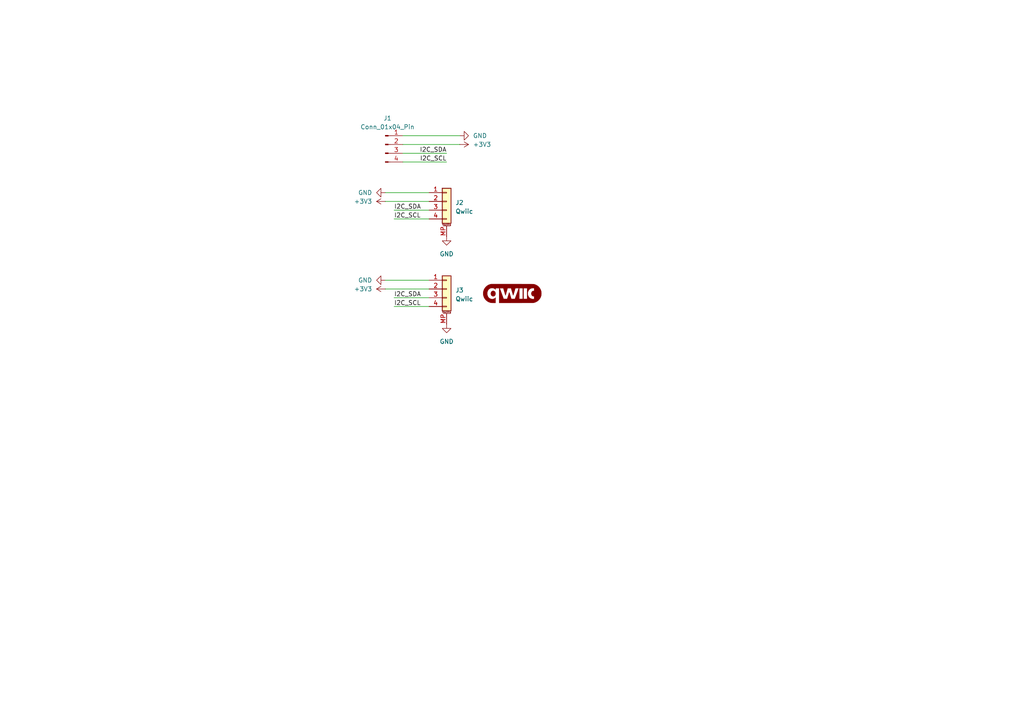
<source format=kicad_sch>
(kicad_sch (version 20250114) (generator "eeschema") (generator_version "9.0")
  (paper "A4")
  (lib_symbols
    (symbol "Connector:Conn_01x04_Pin" (pin_names (offset 1.016) (hide yes))
      (property "Reference" "J" (at 0 5.08 0))
      (property "Value" "Conn_01x04_Pin" (at 0 -7.62 0))
      (symbol "Conn_01x04_Pin_1_1"
        (rectangle (start 0.8636 2.667) (end 0 2.413) (stroke (width 0.1524)) (fill (type outline)))
        (rectangle (start 0.8636 0.127) (end 0 -0.127) (stroke (width 0.1524)) (fill (type outline)))
        (rectangle (start 0.8636 -2.413) (end 0 -2.667) (stroke (width 0.1524)) (fill (type outline)))
        (rectangle (start 0.8636 -4.953) (end 0 -5.207) (stroke (width 0.1524)) (fill (type outline)))
        (polyline (pts (xy 1.27 2.54) (xy 0.8636 2.54)) (stroke (width 0.1524)))
        (polyline (pts (xy 1.27 0) (xy 0.8636 0)) (stroke (width 0.1524)))
        (polyline (pts (xy 1.27 -2.54) (xy 0.8636 -2.54)) (stroke (width 0.1524)))
        (polyline (pts (xy 1.27 -5.08) (xy 0.8636 -5.08)) (stroke (width 0.1524)))
        (pin passive line (at 5.08 2.54 180) (length 3.81) (name "Pin_1") (number "1"))
        (pin passive line (at 5.08 0 180) (length 3.81) (name "Pin_2") (number "2"))
        (pin passive line (at 5.08 -2.54 180) (length 3.81) (name "Pin_3") (number "3"))
        (pin passive line (at 5.08 -5.08 180) (length 3.81) (name "Pin_4") (number "4"))
      )
    )
    (symbol "Connector_Generic_MountingPin:Conn_01x04_MountingPin" (pin_names (offset 1.016) (hide yes))
      (property "Reference" "J" (at 0 5.08 0))
      (property "Value" "Conn_01x04_MountingPin" (at 1.27 -7.62 0))
      (symbol "Conn_01x04_MountingPin_1_1"
        (rectangle (start -1.27 3.81) (end 1.27 -6.35) (stroke (width 0.254)) (fill (type background)))
        (rectangle (start -1.27 2.667) (end 0 2.413) (stroke (width 0.1524)))
        (rectangle (start -1.27 0.127) (end 0 -0.127) (stroke (width 0.1524)))
        (rectangle (start -1.27 -2.413) (end 0 -2.667) (stroke (width 0.1524)))
        (rectangle (start -1.27 -4.953) (end 0 -5.207) (stroke (width 0.1524)))
        (polyline (pts (xy -1.016 -7.112) (xy 1.016 -7.112)) (stroke (width 0.1524)))
        (text "Mounting" (at 0 -6.731 0) (effects (font (size 0.381 0.381))))
        (pin passive line (at -5.08 2.54 0) (length 3.81) (name "Pin_1") (number "1"))
        (pin passive line (at -5.08 0 0) (length 3.81) (name "Pin_2") (number "2"))
        (pin passive line (at -5.08 -2.54 0) (length 3.81) (name "Pin_3") (number "3"))
        (pin passive line (at -5.08 -5.08 0) (length 3.81) (name "Pin_4") (number "4"))
        (pin passive line (at 0 -10.16 90) (length 3.048) (name "MountPin") (number "MP"))
      )
    )
    (symbol "SparkFun-Qwiic:qwiic_Logo" (pin_names (offset 1.016)) (on_board no)
      (symbol "qwiic_Logo_0_0"
        (polyline (pts (xy -5.4327 -0.8446) (xy -5.2808 -0.8039) (xy -5.1544 -0.733) (xy -5.0492 -0.629) (xy -4.9612 -0.4891) (xy -4.9388 -0.4442) (xy -4.9077 -0.3735) (xy -4.8888 -0.3096) (xy -4.878 -0.2364) (xy -4.8713 -0.1381) (xy -4.8691 -0.0268) (xy -4.8861 0.154) (xy -4.9313 0.3092) (xy -5.006 0.4432) (xy -5.1118 0.5598) (xy -5.1427 0.5863) (xy -5.261 0.6623) (xy -5.3915 0.7052) (xy -5.544 0.7187) (xy -5.5765 0.7181) (xy -5.7259 0.6986) (xy -5.8545 0.6485) (xy -5.9707 0.5648) (xy -6.0239 0.5125) (xy -6.1186 0.3839) (xy -6.1815 0.2359) (xy -6.2139 0.0648) (xy -6.2171 -0.1327) (xy -6.208 -0.2303) (xy -6.1669 -0.4073) (xy -6.0959 -0.5571) (xy -5.9957 -0.6791) (xy -5.8667 -0.7722) (xy -5.7097 -0.8355) (xy -5.6837 -0.8418) (xy -5.5963 -0.8532) (xy -5.5114 -0.8538) (xy -5.4327 -0.8446)) (stroke (width 0.01)) (fill (type outline)))
        (polyline (pts (xy 1.114 -2.7667) (xy 6.0472 -2.7606) (xy 6.2463 -2.7148) (xy 6.337 -2.6928) (xy 6.6505 -2.5964) (xy 6.9363 -2.4737) (xy 7.1992 -2.3218) (xy 7.4443 -2.1381) (xy 7.6763 -1.9197) (xy 7.765 -1.8236) (xy 7.9726 -1.5605) (xy 8.1416 -1.2836) (xy 8.2724 -0.992) (xy 8.3654 -0.6847) (xy 8.4209 -0.3609) (xy 8.4393 -0.0196) (xy 8.4383 0.0655) (xy 8.4145 0.3752) (xy 8.3579 0.6676) (xy 8.2664 0.9511) (xy 8.138 1.234) (xy 8.0972 1.3103) (xy 7.9176 1.5925) (xy 7.7084 1.847) (xy 7.4711 2.0726) (xy 7.2073 2.2681) (xy 6.9187 2.4323) (xy 6.6067 2.5639) (xy 6.273 2.6617) (xy 6.2589 2.6648) (xy 6.2405 2.6684) (xy 6.2191 2.6716) (xy 6.1933 2.6747) (xy 6.1617 2.6775) (xy 6.1229 2.6801) (xy 6.0753 2.6825) (xy 6.0178 2.6847) (xy 5.9488 2.6867) (xy 5.8669 2.6886) (xy 5.7707 2.6902) (xy 5.6588 2.6917) (xy 5.5298 2.693) (xy 5.3823 2.6942) (xy 5.2149 2.6953) (xy 5.0261 2.6962) (xy 4.8146 2.697) (xy 4.579 2.6977) (xy 4.3178 2.6982) (xy 4.0296 2.6987) (xy 3.7131 2.6991) (xy 3.3667 2.6994) (xy 2.9892 2.6997) (xy 2.579 2.6999) (xy 2.1348 2.7) (xy 1.6552 2.7001) (xy 1.1388 2.7001) (xy 0.5841 2.7001) (xy -0.0102 2.7001) (xy -6.1292 2.7001) (xy -6.3505 2.644) (xy -6.4841 2.607) (xy -6.7964 2.4938) (xy -7.0847 2.3484) (xy -7.3523 2.1691) (xy -7.6022 1.9541) (xy -7.8228 1.7179) (xy -8.0199 1.4516) (xy -8.1801 1.1677) (xy -8.3036 0.8654) (xy -8.3907 0.5442) (xy -8.4419 0.2033) (xy -8.4512 -0.0999) (xy -8.4229 -0.4124) (xy -8.358 -0.7268) (xy -8.2573 -1.037) (xy -8.2016 -1.1697) (xy -8.0521 -1.4517) (xy -7.87 -1.7127) (xy -7.6584 -1.9504) (xy -7.4205 -2.1625) (xy -7.1593 -2.3467) (xy -6.878 -2.5006) (xy -6.5797 -2.6219) (xy -6.2674 -2.7084) (xy -5.9444 -2.7576) (xy -5.922 -2.759) (xy -5.8567 -2.7613) (xy -5.7613 -2.7635) (xy -5.6429 -2.7656) (xy -5.5083 -2.7673) (xy -5.3644 -2.7686) (xy -4.8664 -2.772) (xy -4.8664 -2.0042) (xy -4.8664 -1.2363) (xy -4.988 -1.3553) (xy -5.0139 -1.3798) (xy -5.1784 -1.503) (xy -5.3644 -1.5917) (xy -5.5706 -1.6453) (xy -5.7956 -1.6632) (xy -6.0087 -1.6503) (xy -6.2442 -1.6015) (xy -6.468 -1.5153) (xy -6.6423 -1.4122) (xy -6.8101 -1.2696) (xy -6.9545 -1.0983) (xy -7.0706 -0.9035) (xy -7.1159 -0.8066) (xy -7.1662 -0.6802) (xy -7.2032 -0.5549) (xy -7.2309 -0.4168) (xy -7.2531 -0.2517) (xy -7.2645 -0.0773) (xy -7.2559 0.1553) (xy -7.2228 0.3848) (xy -7.1667 0.6002) (xy -7.0895 0.7905) (xy -6.9738 0.984) (xy -6.8224 1.164) (xy -6.645 1.3131) (xy -6.4435 1.4296) (xy -6.2198 1.512) (xy -6.2168 1.5128) (xy -6.0991 1.5354) (xy -5.9587 1.5479) (xy -5.8081 1.5506) (xy -5.6599 1.5435) (xy -5.5266 1.5269) (xy -5.4208 1.5009) (xy -5.3121 1.4578) (xy -5.1345 1.3582) (xy -4.9742 1.2256) (xy -4.8664 1.1205) (xy -4.8664 1.32) (xy -4.8664 1.5195) (xy -4.3428 1.5195) (xy -3.8192 1.5195) (xy -3.8192 1.5092) (xy -3.651 1.5092) (xy -3.1359 1.5147) (xy -3.0732 1.5153) (xy -2.9054 1.5158) (xy -2.7765 1.5144) (xy -2.6848 1.5109) (xy -2.6289 1.5054) (xy -2.607 1.4977) (xy -2.6049 1.4928) (xy -2.5923 1.4545) (xy -2.5697 1.3821) (xy -2.5383 1.2793) (xy -2.4992 1.1497) (xy -2.4535 0.9973) (xy -2.4024 0.8257) (xy -2.3469 0.6386) (xy -2.2883 0.4399) (xy -2.2626 0.353) (xy -2.2055 0.1609) (xy -2.152 -0.0169) (xy -2.1032 -0.1766) (xy -2.0604 -0.3147) (xy -2.0246 -0.4277) (xy -1.9968 -0.512) (xy -1.9783 -0.564) (xy -1.9702 -0.5801) (xy -1.9654 -0.5681) (xy -1.9499 -0.5201) (xy -1.9252 -0.4397) (xy -1.8924 -0.3308) (xy -1.8529 -0.1975) (xy -1.8079 -0.0439) (xy -1.7584 0.1259) (xy -1.7059 0.308) (xy -1.6754 0.4138) (xy -1.6217 0.6001) (xy -1.5705 0.7774) (xy -1.5233 0.9405) (xy -1.4815 1.0844) (xy -1.4467 1.2041) (xy -1.4202 1.2945) (xy -1.4037 1.3504) (xy -1.3525 1.5202) (xy -0.8571 1.5147) (xy -0.3617 1.5092) (xy -0.2632 1.1704) (xy -0.2457 1.1103) (xy -0.1592 0.8126) (xy -0.0832 0.5516) (xy -0.017 0.325) (xy 0.04 0.1304) (xy 0.0886 -0.0344) (xy 0.1296 -0.1717) (xy 0.1636 -0.2838) (xy 0.1915 -0.3731) (xy 0.2138 -0.4419) (xy 0.2315 -0.4925) (xy 0.2451 -0.5272) (xy 0.2555 -0.5482) (xy 0.2633 -0.558) (xy 0.2693 -0.5588) (xy 0.2742 -0.5529) (xy 0.2787 -0.5426) (xy 0.2801 -0.5389) (xy 0.2928 -0.4995) (xy 0.3157 -0.4255) (xy 0.3473 -0.3211) (xy 0.3867 -0.1902) (xy 0.4325 -0.0368) (xy 0.4835 0.1352) (xy 0.5386 0.3216) (xy 0.5966 0.5185) (xy 0.8908 1.5195) (xy 1.3899 1.5195) (xy 1.4919 1.5192) (xy 1.6201 1.518) (xy 1.7294 1.5159) (xy 1.8144 1.5132) (xy 1.8695 1.5099) (xy 1.8891 1.5062) (xy 1.8878 1.5017) (xy 1.8751 1.465) (xy 1.8498 1.3939) (xy 1.8129 1.2913) (xy 1.7656 1.1601) (xy 1.7087 1.0033) (xy 1.6435 0.8236) (xy 1.5709 0.6241) (xy 1.4919 0.4076) (xy 1.4078 0.1771) (xy 1.3194 -0.0646) (xy 0.7498 -1.6222) (xy 2.0329 -1.6222) (xy 2.0329 -0.0513) (xy 2.0329 1.5195) (xy 2.5462 1.5195) (xy 3.0595 1.5195) (xy 3.0595 -0.0513) (xy 3.0595 -1.6222) (xy 3.2649 -1.6222) (xy 3.2649 -0.0513) (xy 3.2649 1.5195) (xy 3.7782 1.5195) (xy 4.2916 1.5195) (xy 4.2916 -0.0513) (xy 4.2916 -0.0616) (xy 4.5072 -0.0616) (xy 4.51 0.109) (xy 4.5206 0.2597) (xy 4.5412 0.3904) (xy 4.5742 0.5118) (xy 4.6219 0.6344) (xy 4.6865 0.7688) (xy 4.7189 0.8272) (xy 4.8331 0.9884) (xy 4.9744 1.1395) (xy 5.1327 1.2705) (xy 5.2977 1.3713) (xy 5.3343 1.3892) (xy 5.5052 1.4608) (xy 5.6736 1.5089) (xy 5.8531 1.5366) (xy 6.0574 1.547) (xy 6.3141 1.5503) (xy 6.3197 1.1242) (xy 6.3252 0.6981) (xy 6.1657 0.6977) (xy 6.0758 0.6938) (xy 5.9577 0.6711) (xy 5.8554 0.6239) (xy 5.7556 0.5473) (xy 5.6613 0.4359) (xy 5.592 0.2991) (xy 5.5481 0.1445) (xy 5.53 -0.0204) (xy 5.5379 -0.188) (xy 5.572 -0.3512) (xy 5.6325 -0.5023) (xy 5.7197 -0.634) (xy 5.7811 -0.6969) (xy 5.8788 -0.7612) (xy 5.9969 -0.8003) (xy 6.1437 -0.8177) (xy 6.3252 -0.8264) (xy 6.3197 -1.2397) (xy 6.3141 -1.653) (xy 6.119 -1.6559) (xy 6.0236 -1.6559) (xy 5.821 -1.6423) (xy 5.6365 -1.6074) (xy 5.4566 -1.5482) (xy 5.2677 -1.4615) (xy 5.1266 -1.3784) (xy 4.9456 -1.2329) (xy 4.7938 -1.0591) (xy 4.6732 -0.8591) (xy 4.6423 -0.7948) (xy 4.5921 -0.6805) (xy 4.5558 -0.5768) (xy 4.5314 -0.4734) (xy 4.5165 -0.3599) (xy 4.5092 -0.2261) (xy 4.5072 -0.0616) (xy 4.2916 -0.0616) (xy 4.2916 -1.6222) (xy 3.7782 -1.6222) (xy 3.2649 -1.6222) (xy 3.0595 -1.6222) (xy 2.5462 -1.6222) (xy 2.0329 -1.6222) (xy 0.7498 -1.6222) (xy 0.2363 -1.6221) (xy -0.2772 -1.6221) (xy -0.5736 -0.6568) (xy -0.583 -0.626) (xy -0.6413 -0.4378) (xy -0.696 -0.2633) (xy -0.746 -0.106) (xy -0.7901 0.0304) (xy -0.8272 0.1421) (xy -0.8559 0.2255) (xy -0.8751 0.277) (xy -0.8836 0.2929) (xy -0.8838 0.2926) (xy -0.8932 0.2679) (xy -0.9134 0.208) (xy -0.9431 0.1169) (xy -0.9811 -0.0016) (xy -1.0262 -0.1436) (xy -1.0771 -0.3054) (xy -1.1326 -0.483) (xy -1.1916 -0.6725) (xy -1.4859 -1.6222) (xy -2.0006 -1.6218) (xy -2.5153 -1.6215) (xy -3.0831 -0.0561) (xy -3.651 1.5092) (xy -3.8192 1.5092) (xy -3.8192 -0.6267) (xy -3.8192 -2.7729) (xy 1.114 -2.7667)) (stroke (width 0.01)) (fill (type outline)))
      )
    )
    (symbol "power:+3V3" (power) (pin_numbers (hide yes)) (pin_names (offset 0) (hide yes))
      (property "Value" "+3V3" (at 0 3.556 0))
      (symbol "+3V3_0_1"
        (polyline (pts (xy -0.762 1.27) (xy 0 2.54)))
        (polyline (pts (xy 0 2.54) (xy 0.762 1.27)))
        (polyline (pts (xy 0 0) (xy 0 2.54)))
      )
      (symbol "+3V3_1_1"
        (pin power_in line (at 0 0 90) (length 0) (name "~") (number "1"))
      )
    )
    (symbol "power:GND" (power) (pin_numbers (hide yes)) (pin_names (offset 0) (hide yes))
      (property "Value" "GND" (at 0 -3.81 0))
      (symbol "GND_0_1"
        (polyline (pts (xy 0 0) (xy 0 -1.27) (xy 1.27 -1.27) (xy 0 -2.54) (xy -1.27 -1.27) (xy 0 -1.27)))
      )
      (symbol "GND_1_1"
        (pin power_in line (at 0 0 270) (length 0) (name "~") (number "1"))
      )
    )
  )
  (wire (pts (xy 114.3 63.5) (xy 124.46 63.5)))
  (wire (pts (xy 116.84 46.99) (xy 129.54 46.99)))
  (wire (pts (xy 114.3 86.36) (xy 124.46 86.36)))
  (wire (pts (xy 114.3 60.96) (xy 124.46 60.96)))
  (wire (pts (xy 114.3 88.9) (xy 124.46 88.9)))
  (wire (pts (xy 133.35 41.91) (xy 116.84 41.91)))
  (wire (pts (xy 111.76 81.28) (xy 124.46 81.28)))
  (wire (pts (xy 111.76 58.42) (xy 124.46 58.42)))
  (wire (pts (xy 111.76 83.82) (xy 124.46 83.82)))
  (wire (pts (xy 116.84 44.45) (xy 129.54 44.45)))
  (wire (pts (xy 133.35 39.37) (xy 116.84 39.37)))
  (wire (pts (xy 111.76 55.88) (xy 124.46 55.88)))
  (label "I2C_SCL" (at 129.54 46.99 180))
  (label "I2C_SCL" (at 114.3 88.9 0))
  (label "I2C_SDA" (at 114.3 60.96 0))
  (label "I2C_SDA" (at 114.3 86.36 0))
  (label "I2C_SDA" (at 129.54 44.45 180))
  (label "I2C_SCL" (at 114.3 63.5 0))
  (symbol (lib_id "power:+3V3") (at 133.35 41.91 270) (unit 1)
    (property "Reference" "#PWR08" (effects (hide yes)))
    (property "Value" "+3V3" (at 137.16 41.9099 90) (effects (justify left)))
    (property "Description" "Power symbol creates a global label with name \"+3V3\"" (effects (hide yes)))
  )
  (symbol (lib_id "power:GND") (at 111.76 55.88 270) (unit 1)
    (property "Reference" "#PWR01" (effects (hide yes)))
    (property "Value" "GND" (at 107.95 55.8799 90) (effects (justify right)))
    (property "Description" "Power symbol creates a global label with name \"GND\" , ground" (effects (hide yes)))
  )
  (symbol (lib_id "power:+3V3") (at 111.76 58.42 90) (unit 1)
    (property "Reference" "#PWR02" (effects (hide yes)))
    (property "Value" "+3V3" (at 107.95 58.4199 90) (effects (justify left)))
    (property "Description" "Power symbol creates a global label with name \"+3V3\"" (effects (hide yes)))
  )
  (symbol (lib_id "power:GND") (at 111.76 81.28 270) (unit 1)
    (property "Reference" "#PWR03" (effects (hide yes)))
    (property "Value" "GND" (at 107.95 81.2799 90) (effects (justify right)))
    (property "Description" "Power symbol creates a global label with name \"GND\" , ground" (effects (hide yes)))
  )
  (symbol (lib_id "power:GND") (at 129.54 93.98 0) (unit 1)
    (property "Reference" "#PWR06" (effects (hide yes)))
    (property "Value" "GND" (at 129.54 99.06 0))
    (property "Description" "Power symbol creates a global label with name \"GND\" , ground" (effects (hide yes)))
  )
  (symbol (lib_id "Connector:Conn_01x04_Pin") (at 111.76 41.91 0) (unit 1)
    (property "Reference" "J1" (at 112.395 34.29 0))
    (property "Value" "Conn_01x04_Pin" (at 112.395 36.83 0))
    (property "Footprint" "Connector_PinHeader_2.54mm:PinHeader_1x04_P2.54mm_Vertical" (effects (hide yes)))
    (property "Description" "Generic connector, single row, 01x04, script generated" (effects (hide yes)))
  )
  (symbol (lib_id "power:GND") (at 133.35 39.37 90) (unit 1)
    (property "Reference" "#PWR07" (effects (hide yes)))
    (property "Value" "GND" (at 137.16 39.3699 90) (effects (justify right)))
    (property "Description" "Power symbol creates a global label with name \"GND\" , ground" (effects (hide yes)))
  )
  (symbol (lib_id "power:+3V3") (at 111.76 83.82 90) (unit 1)
    (property "Reference" "#PWR04" (effects (hide yes)))
    (property "Value" "+3V3" (at 107.95 83.8199 90) (effects (justify left)))
    (property "Description" "Power symbol creates a global label with name \"+3V3\"" (effects (hide yes)))
  )
  (symbol (lib_id "Connector_Generic_MountingPin:Conn_01x04_MountingPin") (at 129.54 83.82 0) (unit 1)
    (property "Reference" "J3" (at 132.08 84.1755 0) (effects (justify left)))
    (property "Value" "Qwiic" (at 132.08 86.7155 0) (effects (justify left)))
    (property "Footprint" "Connector_JST:JST_SH_SM04B-SRSS-TB_1x04-1MP_P1.00mm_Horizontal" (effects (hide yes)))
    (property "Description" "Generic connectable mounting pin connector, single row, 01x04, script generated (kicad-library-utils/schlib/autogen/connector/)" (effects (hide yes)))
  )
  (symbol (lib_id "SparkFun-Qwiic:qwiic_Logo") (at 148.59 85.09 0) (unit 1)
    (property "Reference" "G1" (effects (hide yes)))
    (property "Value" "qwiic_Logo" (effects (hide yes)))
    (property "Footprint" "SparkFun-Qwiic:qwiic_5.5mm" (effects (hide yes)))
  )
  (symbol (lib_id "Connector_Generic_MountingPin:Conn_01x04_MountingPin") (at 129.54 58.42 0) (unit 1)
    (property "Reference" "J2" (at 132.08 58.7755 0) (effects (justify left)))
    (property "Value" "Qwiic" (at 132.08 61.3155 0) (effects (justify left)))
    (property "Footprint" "Connector_JST:JST_SH_SM04B-SRSS-TB_1x04-1MP_P1.00mm_Horizontal" (effects (hide yes)))
    (property "Description" "Generic connectable mounting pin connector, single row, 01x04, script generated (kicad-library-utils/schlib/autogen/connector/)" (effects (hide yes)))
  )
  (symbol (lib_id "power:GND") (at 129.54 68.58 0) (unit 1)
    (property "Reference" "#PWR05" (effects (hide yes)))
    (property "Value" "GND" (at 129.54 73.66 0))
    (property "Description" "Power symbol creates a global label with name \"GND\" , ground" (effects (hide yes)))
  )
)
</source>
